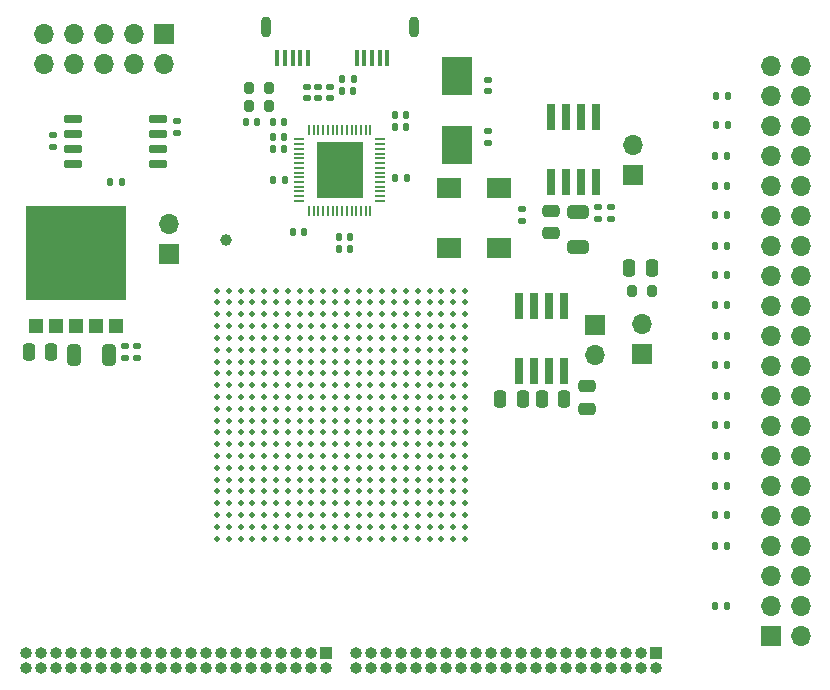
<source format=gbr>
%TF.GenerationSoftware,KiCad,Pcbnew,6.0.10-86aedd382b~118~ubuntu20.04.1*%
%TF.CreationDate,2023-03-04T23:04:57-08:00*%
%TF.ProjectId,ep2c35_trial,65703263-3335-45f7-9472-69616c2e6b69,rev?*%
%TF.SameCoordinates,Original*%
%TF.FileFunction,Soldermask,Top*%
%TF.FilePolarity,Negative*%
%FSLAX46Y46*%
G04 Gerber Fmt 4.6, Leading zero omitted, Abs format (unit mm)*
G04 Created by KiCad (PCBNEW 6.0.10-86aedd382b~118~ubuntu20.04.1) date 2023-03-04 23:04:57*
%MOMM*%
%LPD*%
G01*
G04 APERTURE LIST*
G04 Aperture macros list*
%AMRoundRect*
0 Rectangle with rounded corners*
0 $1 Rounding radius*
0 $2 $3 $4 $5 $6 $7 $8 $9 X,Y pos of 4 corners*
0 Add a 4 corners polygon primitive as box body*
4,1,4,$2,$3,$4,$5,$6,$7,$8,$9,$2,$3,0*
0 Add four circle primitives for the rounded corners*
1,1,$1+$1,$2,$3*
1,1,$1+$1,$4,$5*
1,1,$1+$1,$6,$7*
1,1,$1+$1,$8,$9*
0 Add four rect primitives between the rounded corners*
20,1,$1+$1,$2,$3,$4,$5,0*
20,1,$1+$1,$4,$5,$6,$7,0*
20,1,$1+$1,$6,$7,$8,$9,0*
20,1,$1+$1,$8,$9,$2,$3,0*%
G04 Aperture macros list end*
%ADD10RoundRect,0.140000X0.140000X0.170000X-0.140000X0.170000X-0.140000X-0.170000X0.140000X-0.170000X0*%
%ADD11RoundRect,0.250000X-0.250000X-0.475000X0.250000X-0.475000X0.250000X0.475000X-0.250000X0.475000X0*%
%ADD12R,1.700000X1.700000*%
%ADD13O,1.700000X1.700000*%
%ADD14RoundRect,0.140000X0.170000X-0.140000X0.170000X0.140000X-0.170000X0.140000X-0.170000X-0.140000X0*%
%ADD15RoundRect,0.135000X-0.135000X-0.185000X0.135000X-0.185000X0.135000X0.185000X-0.135000X0.185000X0*%
%ADD16RoundRect,0.200000X-0.200000X-0.275000X0.200000X-0.275000X0.200000X0.275000X-0.200000X0.275000X0*%
%ADD17RoundRect,0.140000X-0.140000X-0.170000X0.140000X-0.170000X0.140000X0.170000X-0.140000X0.170000X0*%
%ADD18C,1.000000*%
%ADD19RoundRect,0.135000X0.185000X-0.135000X0.185000X0.135000X-0.185000X0.135000X-0.185000X-0.135000X0*%
%ADD20RoundRect,0.140000X-0.170000X0.140000X-0.170000X-0.140000X0.170000X-0.140000X0.170000X0.140000X0*%
%ADD21R,0.700000X2.200000*%
%ADD22RoundRect,0.250000X0.475000X-0.250000X0.475000X0.250000X-0.475000X0.250000X-0.475000X-0.250000X0*%
%ADD23RoundRect,0.250000X-0.325000X-0.650000X0.325000X-0.650000X0.325000X0.650000X-0.325000X0.650000X0*%
%ADD24R,1.000000X1.000000*%
%ADD25O,1.000000X1.000000*%
%ADD26RoundRect,0.200000X0.200000X0.275000X-0.200000X0.275000X-0.200000X-0.275000X0.200000X-0.275000X0*%
%ADD27RoundRect,0.135000X-0.185000X0.135000X-0.185000X-0.135000X0.185000X-0.135000X0.185000X0.135000X0*%
%ADD28R,2.500000X3.325000*%
%ADD29RoundRect,0.050000X0.387500X0.050000X-0.387500X0.050000X-0.387500X-0.050000X0.387500X-0.050000X0*%
%ADD30RoundRect,0.050000X0.050000X0.387500X-0.050000X0.387500X-0.050000X-0.387500X0.050000X-0.387500X0*%
%ADD31R,3.900000X4.700000*%
%ADD32RoundRect,0.250000X0.250000X0.475000X-0.250000X0.475000X-0.250000X-0.475000X0.250000X-0.475000X0*%
%ADD33RoundRect,0.250000X0.650000X-0.325000X0.650000X0.325000X-0.650000X0.325000X-0.650000X-0.325000X0*%
%ADD34RoundRect,0.150000X-0.650000X-0.150000X0.650000X-0.150000X0.650000X0.150000X-0.650000X0.150000X0*%
%ADD35R,2.000000X1.800000*%
%ADD36R,1.200000X1.200000*%
%ADD37C,0.460000*%
%ADD38R,8.450000X8.012500*%
%ADD39R,0.400000X1.350000*%
%ADD40O,0.900000X1.800000*%
%ADD41C,0.500000*%
G04 APERTURE END LIST*
D10*
%TO.C,C5*%
X137410000Y-56700000D03*
X136450000Y-56700000D03*
%TD*%
D11*
%TO.C,C28*%
X161500000Y-80200000D03*
X163400000Y-80200000D03*
%TD*%
D12*
%TO.C,J6*%
X129950000Y-67925000D03*
D13*
X129950000Y-65385000D03*
%TD*%
D14*
%TO.C,C19*%
X156930000Y-54127500D03*
X156930000Y-53167500D03*
%TD*%
%TO.C,C22*%
X159800000Y-65080000D03*
X159800000Y-64120000D03*
%TD*%
D15*
%TO.C,R44*%
X176180000Y-64600000D03*
X177200000Y-64600000D03*
%TD*%
%TO.C,R39*%
X176180000Y-77300000D03*
X177200000Y-77300000D03*
%TD*%
%TO.C,R33*%
X176180000Y-92600000D03*
X177200000Y-92600000D03*
%TD*%
D16*
%TO.C,FB2*%
X136750000Y-53850000D03*
X138400000Y-53850000D03*
%TD*%
D15*
%TO.C,R46*%
X176180000Y-59600000D03*
X177200000Y-59600000D03*
%TD*%
D17*
%TO.C,C13*%
X138740000Y-58000000D03*
X139700000Y-58000000D03*
%TD*%
D10*
%TO.C,C17*%
X150010000Y-57150000D03*
X149050000Y-57150000D03*
%TD*%
D18*
%TO.C,TP1*%
X134750000Y-66700000D03*
%TD*%
D10*
%TO.C,C9*%
X145560000Y-54100000D03*
X144600000Y-54100000D03*
%TD*%
D19*
%TO.C,R4*%
X130650000Y-57670000D03*
X130650000Y-56650000D03*
%TD*%
D20*
%TO.C,C16*%
X141600000Y-53740000D03*
X141600000Y-54700000D03*
%TD*%
D10*
%TO.C,C14*%
X150000000Y-56150000D03*
X149040000Y-56150000D03*
%TD*%
D21*
%TO.C,U5*%
X162290000Y-61790000D03*
X163560000Y-61790000D03*
X164830000Y-61790000D03*
X166100000Y-61790000D03*
X166100000Y-56290000D03*
X164830000Y-56290000D03*
X163560000Y-56290000D03*
X162290000Y-56290000D03*
%TD*%
D15*
%TO.C,R43*%
X176180000Y-67200000D03*
X177200000Y-67200000D03*
%TD*%
%TO.C,R34*%
X176180000Y-90000000D03*
X177200000Y-90000000D03*
%TD*%
D17*
%TO.C,C8*%
X138740000Y-59000000D03*
X139700000Y-59000000D03*
%TD*%
D19*
%TO.C,R9*%
X127250000Y-76720000D03*
X127250000Y-75700000D03*
%TD*%
D15*
%TO.C,R48*%
X176280000Y-54500000D03*
X177300000Y-54500000D03*
%TD*%
D22*
%TO.C,C29*%
X165300000Y-81000000D03*
X165300000Y-79100000D03*
%TD*%
D19*
%TO.C,R3*%
X120150000Y-58870000D03*
X120150000Y-57850000D03*
%TD*%
D17*
%TO.C,C21*%
X138720000Y-56700000D03*
X139680000Y-56700000D03*
%TD*%
D23*
%TO.C,C24*%
X121900000Y-76420000D03*
X124850000Y-76420000D03*
%TD*%
D20*
%TO.C,C7*%
X142600000Y-53750000D03*
X142600000Y-54710000D03*
%TD*%
D24*
%TO.C,J2*%
X171150000Y-101650000D03*
D25*
X171150000Y-102920000D03*
X169880000Y-101650000D03*
X169880000Y-102920000D03*
X168610000Y-101650000D03*
X168610000Y-102920000D03*
X167340000Y-101650000D03*
X167340000Y-102920000D03*
X166070000Y-101650000D03*
X166070000Y-102920000D03*
X164800000Y-101650000D03*
X164800000Y-102920000D03*
X163530000Y-101650000D03*
X163530000Y-102920000D03*
X162260000Y-101650000D03*
X162260000Y-102920000D03*
X160990000Y-101650000D03*
X160990000Y-102920000D03*
X159720000Y-101650000D03*
X159720000Y-102920000D03*
X158450000Y-101650000D03*
X158450000Y-102920000D03*
X157180000Y-101650000D03*
X157180000Y-102920000D03*
X155910000Y-101650000D03*
X155910000Y-102920000D03*
X154640000Y-101650000D03*
X154640000Y-102920000D03*
X153370000Y-101650000D03*
X153370000Y-102920000D03*
X152100000Y-101650000D03*
X152100000Y-102920000D03*
X150830000Y-101650000D03*
X150830000Y-102920000D03*
X149560000Y-101650000D03*
X149560000Y-102920000D03*
X148290000Y-101650000D03*
X148290000Y-102920000D03*
X147020000Y-101650000D03*
X147020000Y-102920000D03*
X145750000Y-101650000D03*
X145750000Y-102920000D03*
%TD*%
D15*
%TO.C,R37*%
X176180000Y-82400000D03*
X177200000Y-82400000D03*
%TD*%
D12*
%TO.C,J9*%
X170000000Y-76400000D03*
D13*
X170000000Y-73860000D03*
%TD*%
D15*
%TO.C,R45*%
X176180000Y-62100000D03*
X177200000Y-62100000D03*
%TD*%
%TO.C,R47*%
X176280000Y-57000000D03*
X177300000Y-57000000D03*
%TD*%
%TO.C,R7*%
X149040000Y-61500000D03*
X150060000Y-61500000D03*
%TD*%
D21*
%TO.C,U6*%
X159560000Y-77800000D03*
X160830000Y-77800000D03*
X162100000Y-77800000D03*
X163370000Y-77800000D03*
X163370000Y-72300000D03*
X162100000Y-72300000D03*
X160830000Y-72300000D03*
X159560000Y-72300000D03*
%TD*%
D22*
%TO.C,C25*%
X162250000Y-66140000D03*
X162250000Y-64240000D03*
%TD*%
D15*
%TO.C,R32*%
X176180000Y-97700000D03*
X177200000Y-97700000D03*
%TD*%
%TO.C,R40*%
X176180000Y-74800000D03*
X177200000Y-74800000D03*
%TD*%
%TO.C,R35*%
X176200000Y-87500000D03*
X177220000Y-87500000D03*
%TD*%
D26*
%TO.C,FB1*%
X138400000Y-55400000D03*
X136750000Y-55400000D03*
%TD*%
D27*
%TO.C,R8*%
X126250000Y-75700000D03*
X126250000Y-76720000D03*
%TD*%
D28*
%TO.C,Y1*%
X154350000Y-52825000D03*
X154350000Y-58650000D03*
%TD*%
D29*
%TO.C,U3*%
X147837500Y-63400000D03*
X147837500Y-63000000D03*
X147837500Y-62600000D03*
X147837500Y-62200000D03*
X147837500Y-61800000D03*
X147837500Y-61400000D03*
X147837500Y-61000000D03*
X147837500Y-60600000D03*
X147837500Y-60200000D03*
X147837500Y-59800000D03*
X147837500Y-59400000D03*
X147837500Y-59000000D03*
X147837500Y-58600000D03*
X147837500Y-58200000D03*
D30*
X147000000Y-57362500D03*
X146600000Y-57362500D03*
X146200000Y-57362500D03*
X145800000Y-57362500D03*
X145400000Y-57362500D03*
X145000000Y-57362500D03*
X144600000Y-57362500D03*
X144200000Y-57362500D03*
X143800000Y-57362500D03*
X143400000Y-57362500D03*
X143000000Y-57362500D03*
X142600000Y-57362500D03*
X142200000Y-57362500D03*
X141800000Y-57362500D03*
D29*
X140962500Y-58200000D03*
X140962500Y-58600000D03*
X140962500Y-59000000D03*
X140962500Y-59400000D03*
X140962500Y-59800000D03*
X140962500Y-60200000D03*
X140962500Y-60600000D03*
X140962500Y-61000000D03*
X140962500Y-61400000D03*
X140962500Y-61800000D03*
X140962500Y-62200000D03*
X140962500Y-62600000D03*
X140962500Y-63000000D03*
X140962500Y-63400000D03*
D30*
X141800000Y-64237500D03*
X142200000Y-64237500D03*
X142600000Y-64237500D03*
X143000000Y-64237500D03*
X143400000Y-64237500D03*
X143800000Y-64237500D03*
X144200000Y-64237500D03*
X144600000Y-64237500D03*
X145000000Y-64237500D03*
X145400000Y-64237500D03*
X145800000Y-64237500D03*
X146200000Y-64237500D03*
X146600000Y-64237500D03*
X147000000Y-64237500D03*
D31*
X144400000Y-60800000D03*
%TD*%
D15*
%TO.C,R41*%
X176180000Y-72200000D03*
X177200000Y-72200000D03*
%TD*%
D32*
%TO.C,C23*%
X119950000Y-76220000D03*
X118050000Y-76220000D03*
%TD*%
D16*
%TO.C,FB3*%
X169175000Y-71000000D03*
X170825000Y-71000000D03*
%TD*%
D33*
%TO.C,C26*%
X164550000Y-67290000D03*
X164550000Y-64340000D03*
%TD*%
D34*
%TO.C,U4*%
X121850000Y-56495000D03*
X121850000Y-57765000D03*
X121850000Y-59035000D03*
X121850000Y-60305000D03*
X129050000Y-60305000D03*
X129050000Y-59035000D03*
X129050000Y-57765000D03*
X129050000Y-56495000D03*
%TD*%
D12*
%TO.C,J3*%
X180900000Y-100200000D03*
D13*
X183440000Y-100200000D03*
X180900000Y-97660000D03*
X183440000Y-97660000D03*
X180900000Y-95120000D03*
X183440000Y-95120000D03*
X180900000Y-92580000D03*
X183440000Y-92580000D03*
X180900000Y-90040000D03*
X183440000Y-90040000D03*
X180900000Y-87500000D03*
X183440000Y-87500000D03*
X180900000Y-84960000D03*
X183440000Y-84960000D03*
X180900000Y-82420000D03*
X183440000Y-82420000D03*
X180900000Y-79880000D03*
X183440000Y-79880000D03*
X180900000Y-77340000D03*
X183440000Y-77340000D03*
X180900000Y-74800000D03*
X183440000Y-74800000D03*
X180900000Y-72260000D03*
X183440000Y-72260000D03*
X180900000Y-69720000D03*
X183440000Y-69720000D03*
X180900000Y-67180000D03*
X183440000Y-67180000D03*
X180900000Y-64640000D03*
X183440000Y-64640000D03*
X180900000Y-62100000D03*
X183440000Y-62100000D03*
X180900000Y-59560000D03*
X183440000Y-59560000D03*
X180900000Y-57020000D03*
X183440000Y-57020000D03*
X180900000Y-54480000D03*
X183440000Y-54480000D03*
X180900000Y-51940000D03*
X183440000Y-51940000D03*
%TD*%
D15*
%TO.C,R1*%
X144550000Y-53100000D03*
X145570000Y-53100000D03*
%TD*%
D20*
%TO.C,C20*%
X156930000Y-57517500D03*
X156930000Y-58477500D03*
%TD*%
D12*
%TO.C,J5*%
X129500000Y-49300000D03*
D13*
X129500000Y-51840000D03*
X126960000Y-49300000D03*
X126960000Y-51840000D03*
X124420000Y-49300000D03*
X124420000Y-51840000D03*
X121880000Y-49300000D03*
X121880000Y-51840000D03*
X119340000Y-49300000D03*
X119340000Y-51840000D03*
%TD*%
D24*
%TO.C,J1*%
X143210000Y-101650000D03*
D25*
X143210000Y-102920000D03*
X141940000Y-101650000D03*
X141940000Y-102920000D03*
X140670000Y-101650000D03*
X140670000Y-102920000D03*
X139400000Y-101650000D03*
X139400000Y-102920000D03*
X138130000Y-101650000D03*
X138130000Y-102920000D03*
X136860000Y-101650000D03*
X136860000Y-102920000D03*
X135590000Y-101650000D03*
X135590000Y-102920000D03*
X134320000Y-101650000D03*
X134320000Y-102920000D03*
X133050000Y-101650000D03*
X133050000Y-102920000D03*
X131780000Y-101650000D03*
X131780000Y-102920000D03*
X130510000Y-101650000D03*
X130510000Y-102920000D03*
X129240000Y-101650000D03*
X129240000Y-102920000D03*
X127970000Y-101650000D03*
X127970000Y-102920000D03*
X126700000Y-101650000D03*
X126700000Y-102920000D03*
X125430000Y-101650000D03*
X125430000Y-102920000D03*
X124160000Y-101650000D03*
X124160000Y-102920000D03*
X122890000Y-101650000D03*
X122890000Y-102920000D03*
X121620000Y-101650000D03*
X121620000Y-102920000D03*
X120350000Y-101650000D03*
X120350000Y-102920000D03*
X119080000Y-101650000D03*
X119080000Y-102920000D03*
X117810000Y-101650000D03*
X117810000Y-102920000D03*
%TD*%
D35*
%TO.C,X1*%
X153650000Y-62270000D03*
X153650000Y-67350000D03*
X157850000Y-67350000D03*
X157850000Y-62270000D03*
%TD*%
D17*
%TO.C,C18*%
X144340000Y-66500000D03*
X145300000Y-66500000D03*
%TD*%
D36*
%TO.C,U2*%
X118650000Y-74033750D03*
X120350000Y-74033750D03*
D37*
X118850000Y-64783750D03*
X118900000Y-68883750D03*
X120950000Y-64783750D03*
X123100000Y-68883750D03*
X125150000Y-64783750D03*
X123100000Y-70833750D03*
X123050000Y-64783750D03*
X125200000Y-68883750D03*
X121000000Y-68883750D03*
D36*
X122050000Y-74033750D03*
D37*
X125200000Y-70833750D03*
X125200000Y-66733750D03*
X121000000Y-66733750D03*
X123100000Y-66733750D03*
X118900000Y-66733750D03*
X121000000Y-70833750D03*
D38*
X122050000Y-67840000D03*
D37*
X118900000Y-70833750D03*
D36*
X123750000Y-74033750D03*
X125450000Y-74033750D03*
%TD*%
D12*
%TO.C,J8*%
X166000000Y-73900000D03*
D13*
X166000000Y-76440000D03*
%TD*%
D15*
%TO.C,R36*%
X176180000Y-85000000D03*
X177200000Y-85000000D03*
%TD*%
D39*
%TO.C,J4*%
X148425000Y-51325000D03*
X147775000Y-51325000D03*
X147125000Y-51325000D03*
X146475000Y-51325000D03*
X145825000Y-51325000D03*
X141725000Y-51325000D03*
X141075000Y-51325000D03*
X140425000Y-51325000D03*
X139775000Y-51325000D03*
X139125000Y-51325000D03*
D40*
X150725000Y-48650000D03*
X138175000Y-48650000D03*
%TD*%
D17*
%TO.C,C11*%
X144340000Y-67500000D03*
X145300000Y-67500000D03*
%TD*%
D41*
%TO.C,U1*%
X134000000Y-71000000D03*
X135000000Y-71000000D03*
X136000000Y-71000000D03*
X137000000Y-71000000D03*
X138000000Y-71000000D03*
X139000000Y-71000000D03*
X140000000Y-71000000D03*
X141000000Y-71000000D03*
X142000000Y-71000000D03*
X143000000Y-71000000D03*
X144000000Y-71000000D03*
X145000000Y-71000000D03*
X146000000Y-71000000D03*
X147000000Y-71000000D03*
X148000000Y-71000000D03*
X149000000Y-71000000D03*
X150000000Y-71000000D03*
X151000000Y-71000000D03*
X152000000Y-71000000D03*
X153000000Y-71000000D03*
X154000000Y-71000000D03*
X155000000Y-71000000D03*
X134000000Y-91000000D03*
X135000000Y-91000000D03*
X136000000Y-91000000D03*
X137000000Y-91000000D03*
X138000000Y-91000000D03*
X139000000Y-91000000D03*
X140000000Y-91000000D03*
X141000000Y-91000000D03*
X142000000Y-91000000D03*
X143000000Y-91000000D03*
X144000000Y-91000000D03*
X145000000Y-91000000D03*
X146000000Y-91000000D03*
X147000000Y-91000000D03*
X148000000Y-91000000D03*
X149000000Y-91000000D03*
X150000000Y-91000000D03*
X151000000Y-91000000D03*
X152000000Y-91000000D03*
X153000000Y-91000000D03*
X154000000Y-91000000D03*
X155000000Y-91000000D03*
X134000000Y-92000000D03*
X135000000Y-92000000D03*
X136000000Y-92000000D03*
X137000000Y-92000000D03*
X138000000Y-92000000D03*
X139000000Y-92000000D03*
X140000000Y-92000000D03*
X141000000Y-92000000D03*
X142000000Y-92000000D03*
X143000000Y-92000000D03*
X144000000Y-92000000D03*
X145000000Y-92000000D03*
X146000000Y-92000000D03*
X147000000Y-92000000D03*
X148000000Y-92000000D03*
X149000000Y-92000000D03*
X150000000Y-92000000D03*
X151000000Y-92000000D03*
X152000000Y-92000000D03*
X153000000Y-92000000D03*
X154000000Y-92000000D03*
X155000000Y-92000000D03*
X134000000Y-72000000D03*
X135000000Y-72000000D03*
X136000000Y-72000000D03*
X137000000Y-72000000D03*
X138000000Y-72000000D03*
X139000000Y-72000000D03*
X140000000Y-72000000D03*
X141000000Y-72000000D03*
X142000000Y-72000000D03*
X143000000Y-72000000D03*
X144000000Y-72000000D03*
X145000000Y-72000000D03*
X146000000Y-72000000D03*
X147000000Y-72000000D03*
X148000000Y-72000000D03*
X149000000Y-72000000D03*
X150000000Y-72000000D03*
X151000000Y-72000000D03*
X152000000Y-72000000D03*
X153000000Y-72000000D03*
X154000000Y-72000000D03*
X155000000Y-72000000D03*
X134000000Y-73000000D03*
X135000000Y-73000000D03*
X136000000Y-73000000D03*
X137000000Y-73000000D03*
X138000000Y-73000000D03*
X139000000Y-73000000D03*
X140000000Y-73000000D03*
X141000000Y-73000000D03*
X142000000Y-73000000D03*
X143000000Y-73000000D03*
X144000000Y-73000000D03*
X145000000Y-73000000D03*
X146000000Y-73000000D03*
X147000000Y-73000000D03*
X148000000Y-73000000D03*
X149000000Y-73000000D03*
X150000000Y-73000000D03*
X151000000Y-73000000D03*
X152000000Y-73000000D03*
X153000000Y-73000000D03*
X154000000Y-73000000D03*
X155000000Y-73000000D03*
X134000000Y-74000000D03*
X135000000Y-74000000D03*
X136000000Y-74000000D03*
X137000000Y-74000000D03*
X138000000Y-74000000D03*
X139000000Y-74000000D03*
X140000000Y-74000000D03*
X141000000Y-74000000D03*
X142000000Y-74000000D03*
X143000000Y-74000000D03*
X144000000Y-74000000D03*
X145000000Y-74000000D03*
X146000000Y-74000000D03*
X147000000Y-74000000D03*
X148000000Y-74000000D03*
X149000000Y-74000000D03*
X150000000Y-74000000D03*
X151000000Y-74000000D03*
X152000000Y-74000000D03*
X153000000Y-74000000D03*
X154000000Y-74000000D03*
X155000000Y-74000000D03*
X134000000Y-75000000D03*
X135000000Y-75000000D03*
X136000000Y-75000000D03*
X137000000Y-75000000D03*
X138000000Y-75000000D03*
X139000000Y-75000000D03*
X140000000Y-75000000D03*
X141000000Y-75000000D03*
X142000000Y-75000000D03*
X143000000Y-75000000D03*
X144000000Y-75000000D03*
X145000000Y-75000000D03*
X146000000Y-75000000D03*
X147000000Y-75000000D03*
X148000000Y-75000000D03*
X149000000Y-75000000D03*
X150000000Y-75000000D03*
X151000000Y-75000000D03*
X152000000Y-75000000D03*
X153000000Y-75000000D03*
X154000000Y-75000000D03*
X155000000Y-75000000D03*
X134000000Y-76000000D03*
X135000000Y-76000000D03*
X136000000Y-76000000D03*
X137000000Y-76000000D03*
X138000000Y-76000000D03*
X139000000Y-76000000D03*
X140000000Y-76000000D03*
X141000000Y-76000000D03*
X142000000Y-76000000D03*
X143000000Y-76000000D03*
X144000000Y-76000000D03*
X145000000Y-76000000D03*
X146000000Y-76000000D03*
X147000000Y-76000000D03*
X148000000Y-76000000D03*
X149000000Y-76000000D03*
X150000000Y-76000000D03*
X151000000Y-76000000D03*
X152000000Y-76000000D03*
X153000000Y-76000000D03*
X154000000Y-76000000D03*
X155000000Y-76000000D03*
X134000000Y-77000000D03*
X135000000Y-77000000D03*
X136000000Y-77000000D03*
X137000000Y-77000000D03*
X138000000Y-77000000D03*
X139000000Y-77000000D03*
X140000000Y-77000000D03*
X141000000Y-77000000D03*
X142000000Y-77000000D03*
X143000000Y-77000000D03*
X144000000Y-77000000D03*
X145000000Y-77000000D03*
X146000000Y-77000000D03*
X147000000Y-77000000D03*
X148000000Y-77000000D03*
X149000000Y-77000000D03*
X150000000Y-77000000D03*
X151000000Y-77000000D03*
X152000000Y-77000000D03*
X153000000Y-77000000D03*
X154000000Y-77000000D03*
X155000000Y-77000000D03*
X134000000Y-78000000D03*
X135000000Y-78000000D03*
X136000000Y-78000000D03*
X137000000Y-78000000D03*
X138000000Y-78000000D03*
X139000000Y-78000000D03*
X140000000Y-78000000D03*
X141000000Y-78000000D03*
X142000000Y-78000000D03*
X143000000Y-78000000D03*
X144000000Y-78000000D03*
X145000000Y-78000000D03*
X146000000Y-78000000D03*
X147000000Y-78000000D03*
X148000000Y-78000000D03*
X149000000Y-78000000D03*
X150000000Y-78000000D03*
X151000000Y-78000000D03*
X152000000Y-78000000D03*
X153000000Y-78000000D03*
X154000000Y-78000000D03*
X155000000Y-78000000D03*
X134000000Y-79000000D03*
X135000000Y-79000000D03*
X136000000Y-79000000D03*
X137000000Y-79000000D03*
X138000000Y-79000000D03*
X139000000Y-79000000D03*
X140000000Y-79000000D03*
X141000000Y-79000000D03*
X142000000Y-79000000D03*
X143000000Y-79000000D03*
X144000000Y-79000000D03*
X145000000Y-79000000D03*
X146000000Y-79000000D03*
X147000000Y-79000000D03*
X148000000Y-79000000D03*
X149000000Y-79000000D03*
X150000000Y-79000000D03*
X151000000Y-79000000D03*
X152000000Y-79000000D03*
X153000000Y-79000000D03*
X154000000Y-79000000D03*
X155000000Y-79000000D03*
X134000000Y-80000000D03*
X135000000Y-80000000D03*
X136000000Y-80000000D03*
X137000000Y-80000000D03*
X138000000Y-80000000D03*
X139000000Y-80000000D03*
X140000000Y-80000000D03*
X141000000Y-80000000D03*
X142000000Y-80000000D03*
X143000000Y-80000000D03*
X144000000Y-80000000D03*
X145000000Y-80000000D03*
X146000000Y-80000000D03*
X147000000Y-80000000D03*
X148000000Y-80000000D03*
X149000000Y-80000000D03*
X150000000Y-80000000D03*
X151000000Y-80000000D03*
X152000000Y-80000000D03*
X153000000Y-80000000D03*
X154000000Y-80000000D03*
X155000000Y-80000000D03*
X134000000Y-81000000D03*
X135000000Y-81000000D03*
X136000000Y-81000000D03*
X137000000Y-81000000D03*
X138000000Y-81000000D03*
X139000000Y-81000000D03*
X140000000Y-81000000D03*
X141000000Y-81000000D03*
X142000000Y-81000000D03*
X143000000Y-81000000D03*
X144000000Y-81000000D03*
X145000000Y-81000000D03*
X146000000Y-81000000D03*
X147000000Y-81000000D03*
X148000000Y-81000000D03*
X149000000Y-81000000D03*
X150000000Y-81000000D03*
X151000000Y-81000000D03*
X152000000Y-81000000D03*
X153000000Y-81000000D03*
X154000000Y-81000000D03*
X155000000Y-81000000D03*
X134000000Y-82000000D03*
X135000000Y-82000000D03*
X136000000Y-82000000D03*
X137000000Y-82000000D03*
X138000000Y-82000000D03*
X139000000Y-82000000D03*
X140000000Y-82000000D03*
X141000000Y-82000000D03*
X142000000Y-82000000D03*
X143000000Y-82000000D03*
X144000000Y-82000000D03*
X145000000Y-82000000D03*
X146000000Y-82000000D03*
X147000000Y-82000000D03*
X148000000Y-82000000D03*
X149000000Y-82000000D03*
X150000000Y-82000000D03*
X151000000Y-82000000D03*
X152000000Y-82000000D03*
X153000000Y-82000000D03*
X154000000Y-82000000D03*
X155000000Y-82000000D03*
X134000000Y-83000000D03*
X135000000Y-83000000D03*
X136000000Y-83000000D03*
X137000000Y-83000000D03*
X138000000Y-83000000D03*
X139000000Y-83000000D03*
X140000000Y-83000000D03*
X141000000Y-83000000D03*
X142000000Y-83000000D03*
X143000000Y-83000000D03*
X144000000Y-83000000D03*
X145000000Y-83000000D03*
X146000000Y-83000000D03*
X147000000Y-83000000D03*
X148000000Y-83000000D03*
X149000000Y-83000000D03*
X150000000Y-83000000D03*
X151000000Y-83000000D03*
X152000000Y-83000000D03*
X153000000Y-83000000D03*
X154000000Y-83000000D03*
X155000000Y-83000000D03*
X134000000Y-84000000D03*
X135000000Y-84000000D03*
X136000000Y-84000000D03*
X137000000Y-84000000D03*
X138000000Y-84000000D03*
X139000000Y-84000000D03*
X140000000Y-84000000D03*
X141000000Y-84000000D03*
X142000000Y-84000000D03*
X143000000Y-84000000D03*
X144000000Y-84000000D03*
X145000000Y-84000000D03*
X146000000Y-84000000D03*
X147000000Y-84000000D03*
X148000000Y-84000000D03*
X149000000Y-84000000D03*
X150000000Y-84000000D03*
X151000000Y-84000000D03*
X152000000Y-84000000D03*
X153000000Y-84000000D03*
X154000000Y-84000000D03*
X155000000Y-84000000D03*
X134000000Y-85000000D03*
X135000000Y-85000000D03*
X136000000Y-85000000D03*
X137000000Y-85000000D03*
X138000000Y-85000000D03*
X139000000Y-85000000D03*
X140000000Y-85000000D03*
X141000000Y-85000000D03*
X142000000Y-85000000D03*
X143000000Y-85000000D03*
X144000000Y-85000000D03*
X145000000Y-85000000D03*
X146000000Y-85000000D03*
X147000000Y-85000000D03*
X148000000Y-85000000D03*
X149000000Y-85000000D03*
X150000000Y-85000000D03*
X151000000Y-85000000D03*
X152000000Y-85000000D03*
X153000000Y-85000000D03*
X154000000Y-85000000D03*
X155000000Y-85000000D03*
X134000000Y-86000000D03*
X135000000Y-86000000D03*
X136000000Y-86000000D03*
X137000000Y-86000000D03*
X138000000Y-86000000D03*
X139000000Y-86000000D03*
X140000000Y-86000000D03*
X141000000Y-86000000D03*
X142000000Y-86000000D03*
X143000000Y-86000000D03*
X144000000Y-86000000D03*
X145000000Y-86000000D03*
X146000000Y-86000000D03*
X147000000Y-86000000D03*
X148000000Y-86000000D03*
X149000000Y-86000000D03*
X150000000Y-86000000D03*
X151000000Y-86000000D03*
X152000000Y-86000000D03*
X153000000Y-86000000D03*
X154000000Y-86000000D03*
X155000000Y-86000000D03*
X134000000Y-87000000D03*
X135000000Y-87000000D03*
X136000000Y-87000000D03*
X137000000Y-87000000D03*
X138000000Y-87000000D03*
X139000000Y-87000000D03*
X140000000Y-87000000D03*
X141000000Y-87000000D03*
X142000000Y-87000000D03*
X143000000Y-87000000D03*
X144000000Y-87000000D03*
X145000000Y-87000000D03*
X146000000Y-87000000D03*
X147000000Y-87000000D03*
X148000000Y-87000000D03*
X149000000Y-87000000D03*
X150000000Y-87000000D03*
X151000000Y-87000000D03*
X152000000Y-87000000D03*
X153000000Y-87000000D03*
X154000000Y-87000000D03*
X155000000Y-87000000D03*
X134000000Y-88000000D03*
X135000000Y-88000000D03*
X136000000Y-88000000D03*
X137000000Y-88000000D03*
X138000000Y-88000000D03*
X139000000Y-88000000D03*
X140000000Y-88000000D03*
X141000000Y-88000000D03*
X142000000Y-88000000D03*
X143000000Y-88000000D03*
X144000000Y-88000000D03*
X145000000Y-88000000D03*
X146000000Y-88000000D03*
X147000000Y-88000000D03*
X148000000Y-88000000D03*
X149000000Y-88000000D03*
X150000000Y-88000000D03*
X151000000Y-88000000D03*
X152000000Y-88000000D03*
X153000000Y-88000000D03*
X154000000Y-88000000D03*
X155000000Y-88000000D03*
X134000000Y-89000000D03*
X135000000Y-89000000D03*
X136000000Y-89000000D03*
X137000000Y-89000000D03*
X138000000Y-89000000D03*
X139000000Y-89000000D03*
X140000000Y-89000000D03*
X141000000Y-89000000D03*
X142000000Y-89000000D03*
X143000000Y-89000000D03*
X144000000Y-89000000D03*
X145000000Y-89000000D03*
X146000000Y-89000000D03*
X147000000Y-89000000D03*
X148000000Y-89000000D03*
X149000000Y-89000000D03*
X150000000Y-89000000D03*
X151000000Y-89000000D03*
X152000000Y-89000000D03*
X153000000Y-89000000D03*
X154000000Y-89000000D03*
X155000000Y-89000000D03*
X134000000Y-90000000D03*
X135000000Y-90000000D03*
X136000000Y-90000000D03*
X137000000Y-90000000D03*
X138000000Y-90000000D03*
X139000000Y-90000000D03*
X140000000Y-90000000D03*
X141000000Y-90000000D03*
X142000000Y-90000000D03*
X143000000Y-90000000D03*
X144000000Y-90000000D03*
X145000000Y-90000000D03*
X146000000Y-90000000D03*
X147000000Y-90000000D03*
X148000000Y-90000000D03*
X149000000Y-90000000D03*
X150000000Y-90000000D03*
X151000000Y-90000000D03*
X152000000Y-90000000D03*
X153000000Y-90000000D03*
X154000000Y-90000000D03*
X155000000Y-90000000D03*
%TD*%
D17*
%TO.C,C10*%
X140440000Y-66000000D03*
X141400000Y-66000000D03*
%TD*%
D19*
%TO.C,R31*%
X167350000Y-64940000D03*
X167350000Y-63920000D03*
%TD*%
D12*
%TO.C,J7*%
X169200000Y-61230000D03*
D13*
X169200000Y-58690000D03*
%TD*%
D32*
%TO.C,C30*%
X170800000Y-69050000D03*
X168900000Y-69050000D03*
%TD*%
D20*
%TO.C,C6*%
X143600000Y-53750000D03*
X143600000Y-54710000D03*
%TD*%
D17*
%TO.C,C15*%
X124990000Y-61800000D03*
X125950000Y-61800000D03*
%TD*%
%TO.C,C12*%
X138790000Y-61650000D03*
X139750000Y-61650000D03*
%TD*%
D15*
%TO.C,R38*%
X176180000Y-79900000D03*
X177200000Y-79900000D03*
%TD*%
%TO.C,R42*%
X176180000Y-69700000D03*
X177200000Y-69700000D03*
%TD*%
D27*
%TO.C,R10*%
X166300000Y-63940000D03*
X166300000Y-64960000D03*
%TD*%
D32*
%TO.C,C27*%
X159900000Y-80200000D03*
X158000000Y-80200000D03*
%TD*%
M02*

</source>
